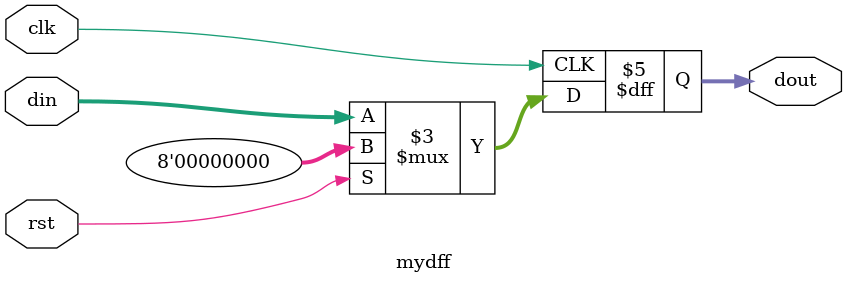
<source format=v>
module mydff(
    input clk,
    input rst,
    input [7:0] din,
    output reg [7:0] dout
);
always@(posedge clk) begin
    if (rst) begin
        dout <= 8'h0;
    end else begin
        dout <= din;
    end
end
endmodule // mydff

</source>
